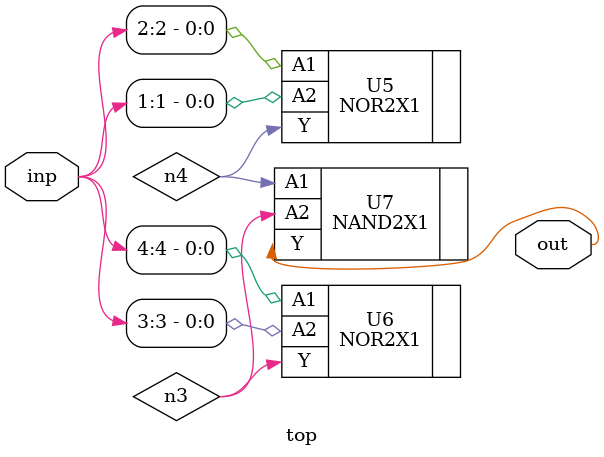
<source format=sv>


module top ( inp, out );
  input [4:0] inp;
  output out;
  wire   n3, n4;

  NOR2X1 U5 ( .A1(inp[2]), .A2(inp[1]), .Y(n4) );
  NOR2X1 U6 ( .A1(inp[4]), .A2(inp[3]), .Y(n3) );
  NAND2X1 U7 ( .A1(n4), .A2(n3), .Y(out) );
endmodule


</source>
